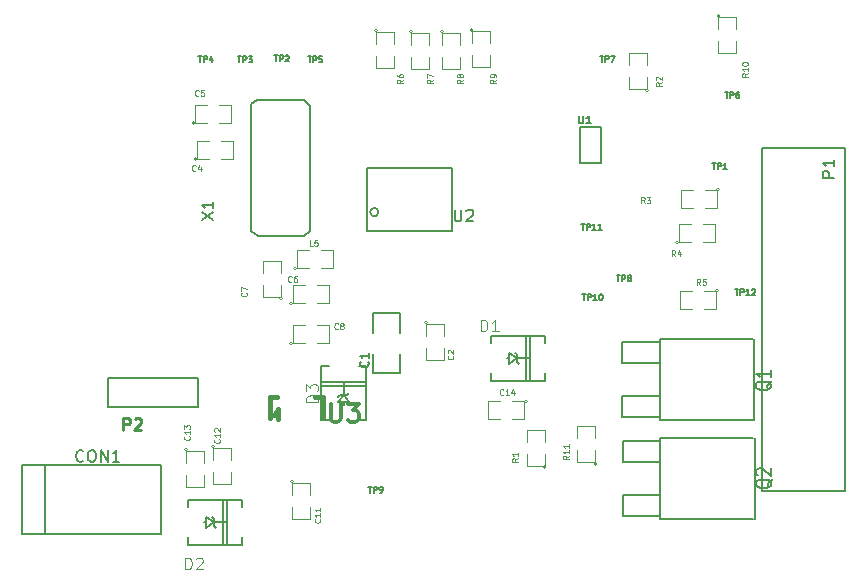
<source format=gto>
G04 (created by PCBNEW (2013-07-07 BZR 4022)-stable) date 8/21/2014 7:52:51 AM*
%MOIN*%
G04 Gerber Fmt 3.4, Leading zero omitted, Abs format*
%FSLAX34Y34*%
G01*
G70*
G90*
G04 APERTURE LIST*
%ADD10C,0.00590551*%
%ADD11C,0.0039*%
%ADD12C,0.005*%
%ADD13C,0.015*%
%ADD14C,0.0043*%
%ADD15C,0.0047*%
%ADD16C,0.008*%
%ADD17C,0.012*%
%ADD18C,0.00984252*%
G04 APERTURE END LIST*
G54D10*
G54D11*
X81900Y-36668D02*
G75*
G03X81900Y-36668I-50J0D01*
G74*
G01*
X81400Y-36668D02*
X81800Y-36668D01*
X81800Y-36668D02*
X81800Y-37268D01*
X81800Y-37268D02*
X81400Y-37268D01*
X81000Y-37268D02*
X80600Y-37268D01*
X80600Y-37268D02*
X80600Y-36668D01*
X80600Y-36668D02*
X81000Y-36668D01*
X67722Y-43031D02*
G75*
G03X67722Y-43031I-50J0D01*
G74*
G01*
X67672Y-43481D02*
X67672Y-43081D01*
X67672Y-43081D02*
X68272Y-43081D01*
X68272Y-43081D02*
X68272Y-43481D01*
X68272Y-43881D02*
X68272Y-44281D01*
X68272Y-44281D02*
X67672Y-44281D01*
X67672Y-44281D02*
X67672Y-43881D01*
X64198Y-41968D02*
G75*
G03X64198Y-41968I-50J0D01*
G74*
G01*
X64148Y-42418D02*
X64148Y-42018D01*
X64148Y-42018D02*
X64748Y-42018D01*
X64748Y-42018D02*
X64748Y-42418D01*
X64748Y-42818D02*
X64748Y-43218D01*
X64748Y-43218D02*
X64148Y-43218D01*
X64148Y-43218D02*
X64148Y-42818D01*
X65104Y-41869D02*
G75*
G03X65104Y-41869I-50J0D01*
G74*
G01*
X65054Y-42319D02*
X65054Y-41919D01*
X65054Y-41919D02*
X65654Y-41919D01*
X65654Y-41919D02*
X65654Y-42319D01*
X65654Y-42719D02*
X65654Y-43119D01*
X65654Y-43119D02*
X65054Y-43119D01*
X65054Y-43119D02*
X65054Y-42719D01*
X80561Y-35053D02*
G75*
G03X80561Y-35053I-50J0D01*
G74*
G01*
X80961Y-35053D02*
X80561Y-35053D01*
X80561Y-35053D02*
X80561Y-34453D01*
X80561Y-34453D02*
X80961Y-34453D01*
X81361Y-34453D02*
X81761Y-34453D01*
X81761Y-34453D02*
X81761Y-35053D01*
X81761Y-35053D02*
X81361Y-35053D01*
X81930Y-33302D02*
G75*
G03X81930Y-33302I-50J0D01*
G74*
G01*
X81430Y-33302D02*
X81830Y-33302D01*
X81830Y-33302D02*
X81830Y-33902D01*
X81830Y-33902D02*
X81430Y-33902D01*
X81030Y-33902D02*
X80630Y-33902D01*
X80630Y-33902D02*
X80630Y-33302D01*
X80630Y-33302D02*
X81030Y-33302D01*
X79566Y-30004D02*
G75*
G03X79566Y-30004I-50J0D01*
G74*
G01*
X79516Y-29554D02*
X79516Y-29954D01*
X79516Y-29954D02*
X78916Y-29954D01*
X78916Y-29954D02*
X78916Y-29554D01*
X78916Y-29154D02*
X78916Y-28754D01*
X78916Y-28754D02*
X79516Y-28754D01*
X79516Y-28754D02*
X79516Y-29154D01*
X72198Y-37739D02*
G75*
G03X72198Y-37739I-50J0D01*
G74*
G01*
X72148Y-38189D02*
X72148Y-37789D01*
X72148Y-37789D02*
X72748Y-37789D01*
X72748Y-37789D02*
X72748Y-38189D01*
X72748Y-38589D02*
X72748Y-38989D01*
X72748Y-38989D02*
X72148Y-38989D01*
X72148Y-38989D02*
X72148Y-38589D01*
X67699Y-37091D02*
G75*
G03X67699Y-37091I-50J0D01*
G74*
G01*
X68099Y-37091D02*
X67699Y-37091D01*
X67699Y-37091D02*
X67699Y-36491D01*
X67699Y-36491D02*
X68099Y-36491D01*
X68499Y-36491D02*
X68899Y-36491D01*
X68899Y-36491D02*
X68899Y-37091D01*
X68899Y-37091D02*
X68499Y-37091D01*
X76147Y-42549D02*
G75*
G03X76147Y-42549I-50J0D01*
G74*
G01*
X76097Y-42099D02*
X76097Y-42499D01*
X76097Y-42499D02*
X75497Y-42499D01*
X75497Y-42499D02*
X75497Y-42099D01*
X75497Y-41699D02*
X75497Y-41299D01*
X75497Y-41299D02*
X76097Y-41299D01*
X76097Y-41299D02*
X76097Y-41699D01*
X67707Y-38429D02*
G75*
G03X67707Y-38429I-50J0D01*
G74*
G01*
X68107Y-38429D02*
X67707Y-38429D01*
X67707Y-38429D02*
X67707Y-37829D01*
X67707Y-37829D02*
X68107Y-37829D01*
X68507Y-37829D02*
X68907Y-37829D01*
X68907Y-37829D02*
X68907Y-38429D01*
X68907Y-38429D02*
X68507Y-38429D01*
X67357Y-36921D02*
G75*
G03X67357Y-36921I-50J0D01*
G74*
G01*
X67307Y-36471D02*
X67307Y-36871D01*
X67307Y-36871D02*
X66707Y-36871D01*
X66707Y-36871D02*
X66707Y-36471D01*
X66707Y-36071D02*
X66707Y-35671D01*
X66707Y-35671D02*
X67307Y-35671D01*
X67307Y-35671D02*
X67307Y-36071D01*
X67829Y-35929D02*
G75*
G03X67829Y-35929I-50J0D01*
G74*
G01*
X68229Y-35929D02*
X67829Y-35929D01*
X67829Y-35929D02*
X67829Y-35329D01*
X67829Y-35329D02*
X68229Y-35329D01*
X68629Y-35329D02*
X69029Y-35329D01*
X69029Y-35329D02*
X69029Y-35929D01*
X69029Y-35929D02*
X68629Y-35929D01*
X64439Y-31079D02*
G75*
G03X64439Y-31079I-50J0D01*
G74*
G01*
X64839Y-31079D02*
X64439Y-31079D01*
X64439Y-31079D02*
X64439Y-30479D01*
X64439Y-30479D02*
X64839Y-30479D01*
X65239Y-30479D02*
X65639Y-30479D01*
X65639Y-30479D02*
X65639Y-31079D01*
X65639Y-31079D02*
X65239Y-31079D01*
X64518Y-32288D02*
G75*
G03X64518Y-32288I-50J0D01*
G74*
G01*
X64918Y-32288D02*
X64518Y-32288D01*
X64518Y-32288D02*
X64518Y-31688D01*
X64518Y-31688D02*
X64918Y-31688D01*
X65318Y-31688D02*
X65718Y-31688D01*
X65718Y-31688D02*
X65718Y-32288D01*
X65718Y-32288D02*
X65318Y-32288D01*
G54D12*
X64818Y-44389D02*
X64738Y-44389D01*
X64218Y-43639D02*
X66018Y-43639D01*
X66018Y-43639D02*
X66018Y-43889D01*
X65378Y-45139D02*
X65378Y-43639D01*
X65508Y-45139D02*
X65508Y-43639D01*
X64218Y-44889D02*
X64218Y-45139D01*
X64218Y-45139D02*
X66018Y-45139D01*
X66018Y-45139D02*
X66018Y-44889D01*
X64218Y-43889D02*
X64218Y-43639D01*
X65068Y-44389D02*
X64818Y-44202D01*
X64818Y-44202D02*
X64818Y-44389D01*
X64818Y-44389D02*
X64818Y-44576D01*
X64818Y-44576D02*
X65068Y-44389D01*
X65068Y-44389D02*
X65068Y-44264D01*
X65068Y-44264D02*
X65006Y-44202D01*
X65068Y-44389D02*
X65068Y-44514D01*
X65068Y-44514D02*
X65130Y-44576D01*
X65068Y-44389D02*
X65505Y-44389D01*
G54D11*
X75522Y-40359D02*
G75*
G03X75522Y-40359I-50J0D01*
G74*
G01*
X75022Y-40359D02*
X75422Y-40359D01*
X75422Y-40359D02*
X75422Y-40959D01*
X75422Y-40959D02*
X75022Y-40959D01*
X74622Y-40959D02*
X74222Y-40959D01*
X74222Y-40959D02*
X74222Y-40359D01*
X74222Y-40359D02*
X74622Y-40359D01*
G54D12*
X71288Y-37429D02*
X70388Y-37429D01*
X70388Y-37429D02*
X70388Y-38079D01*
X71288Y-38779D02*
X71288Y-39429D01*
X71288Y-39429D02*
X70388Y-39429D01*
X70388Y-39429D02*
X70388Y-38779D01*
X71288Y-38079D02*
X71288Y-37429D01*
G54D11*
X70527Y-28003D02*
G75*
G03X70527Y-28003I-50J0D01*
G74*
G01*
X70477Y-28453D02*
X70477Y-28053D01*
X70477Y-28053D02*
X71077Y-28053D01*
X71077Y-28053D02*
X71077Y-28453D01*
X71077Y-28853D02*
X71077Y-29253D01*
X71077Y-29253D02*
X70477Y-29253D01*
X70477Y-29253D02*
X70477Y-28853D01*
X72722Y-28033D02*
G75*
G03X72722Y-28033I-50J0D01*
G74*
G01*
X72672Y-28483D02*
X72672Y-28083D01*
X72672Y-28083D02*
X73272Y-28083D01*
X73272Y-28083D02*
X73272Y-28483D01*
X73272Y-28883D02*
X73272Y-29283D01*
X73272Y-29283D02*
X72672Y-29283D01*
X72672Y-29283D02*
X72672Y-28883D01*
X73716Y-27974D02*
G75*
G03X73716Y-27974I-50J0D01*
G74*
G01*
X73666Y-28424D02*
X73666Y-28024D01*
X73666Y-28024D02*
X74266Y-28024D01*
X74266Y-28024D02*
X74266Y-28424D01*
X74266Y-28824D02*
X74266Y-29224D01*
X74266Y-29224D02*
X73666Y-29224D01*
X73666Y-29224D02*
X73666Y-28824D01*
X81935Y-27509D02*
G75*
G03X81935Y-27509I-50J0D01*
G74*
G01*
X81885Y-27959D02*
X81885Y-27559D01*
X81885Y-27559D02*
X82485Y-27559D01*
X82485Y-27559D02*
X82485Y-27959D01*
X82485Y-28359D02*
X82485Y-28759D01*
X82485Y-28759D02*
X81885Y-28759D01*
X81885Y-28759D02*
X81885Y-28359D01*
G54D10*
X70559Y-34051D02*
G75*
G03X70559Y-34051I-141J0D01*
G74*
G01*
X70181Y-32594D02*
X73015Y-32594D01*
X73015Y-32594D02*
X73015Y-34681D01*
X73015Y-34681D02*
X70181Y-34681D01*
X70181Y-34681D02*
X70181Y-32594D01*
G54D12*
X79930Y-40195D02*
X78680Y-40195D01*
X78680Y-40195D02*
X78680Y-40895D01*
X78680Y-40895D02*
X79930Y-40895D01*
X79930Y-38395D02*
X78680Y-38395D01*
X78680Y-38395D02*
X78680Y-39095D01*
X78680Y-39095D02*
X79930Y-39095D01*
X82330Y-40995D02*
X79930Y-40995D01*
X79930Y-40995D02*
X79930Y-38295D01*
X79930Y-38295D02*
X83030Y-38295D01*
X83080Y-38295D02*
X83080Y-40995D01*
X83030Y-40995D02*
X82330Y-40995D01*
G54D11*
X71688Y-28033D02*
G75*
G03X71688Y-28033I-50J0D01*
G74*
G01*
X71638Y-28483D02*
X71638Y-28083D01*
X71638Y-28083D02*
X72238Y-28083D01*
X72238Y-28083D02*
X72238Y-28483D01*
X72238Y-28883D02*
X72238Y-29283D01*
X72238Y-29283D02*
X71638Y-29283D01*
X71638Y-29283D02*
X71638Y-28883D01*
G54D10*
X59429Y-44665D02*
X59429Y-44744D01*
X59429Y-42500D02*
X59429Y-44704D01*
X58661Y-44438D02*
X58661Y-44763D01*
X58661Y-44763D02*
X58769Y-44763D01*
X63120Y-42480D02*
X63307Y-42480D01*
X63307Y-44429D02*
X63307Y-44763D01*
X58779Y-44763D02*
X63267Y-44763D01*
X63307Y-44448D02*
X63307Y-42480D01*
X63149Y-42480D02*
X58661Y-42480D01*
X58661Y-42480D02*
X58661Y-44448D01*
G54D12*
X74916Y-38917D02*
X74836Y-38917D01*
X74316Y-38167D02*
X76116Y-38167D01*
X76116Y-38167D02*
X76116Y-38417D01*
X75476Y-39667D02*
X75476Y-38167D01*
X75606Y-39667D02*
X75606Y-38167D01*
X74316Y-39417D02*
X74316Y-39667D01*
X74316Y-39667D02*
X76116Y-39667D01*
X76116Y-39667D02*
X76116Y-39417D01*
X74316Y-38417D02*
X74316Y-38167D01*
X75166Y-38917D02*
X74916Y-38730D01*
X74916Y-38730D02*
X74916Y-38917D01*
X74916Y-38917D02*
X74916Y-39104D01*
X74916Y-39104D02*
X75166Y-38917D01*
X75166Y-38917D02*
X75166Y-38792D01*
X75166Y-38792D02*
X75104Y-38730D01*
X75166Y-38917D02*
X75166Y-39042D01*
X75166Y-39042D02*
X75228Y-39104D01*
X75166Y-38917D02*
X75603Y-38917D01*
G54D11*
X77838Y-42445D02*
G75*
G03X77838Y-42445I-50J0D01*
G74*
G01*
X77788Y-41995D02*
X77788Y-42395D01*
X77788Y-42395D02*
X77188Y-42395D01*
X77188Y-42395D02*
X77188Y-41995D01*
X77188Y-41595D02*
X77188Y-41195D01*
X77188Y-41195D02*
X77788Y-41195D01*
X77788Y-41195D02*
X77788Y-41595D01*
G54D12*
X79950Y-43463D02*
X78700Y-43463D01*
X78700Y-43463D02*
X78700Y-44163D01*
X78700Y-44163D02*
X79950Y-44163D01*
X79950Y-41663D02*
X78700Y-41663D01*
X78700Y-41663D02*
X78700Y-42363D01*
X78700Y-42363D02*
X79950Y-42363D01*
X82350Y-44263D02*
X79950Y-44263D01*
X79950Y-44263D02*
X79950Y-41563D01*
X79950Y-41563D02*
X83050Y-41563D01*
X83100Y-41563D02*
X83100Y-44263D01*
X83050Y-44263D02*
X82350Y-44263D01*
X77277Y-31201D02*
X77977Y-31201D01*
X77977Y-31201D02*
X77977Y-32401D01*
X77977Y-32401D02*
X77277Y-32401D01*
X77277Y-32401D02*
X77277Y-31201D01*
G54D13*
X67066Y-40797D02*
X67164Y-40679D01*
X67164Y-40679D02*
X67204Y-40620D01*
X67204Y-40620D02*
X67204Y-40954D01*
X66928Y-40206D02*
X66928Y-40915D01*
X66928Y-40206D02*
X67184Y-40206D01*
X68700Y-40206D02*
X68700Y-40915D01*
X68700Y-40206D02*
X68444Y-40206D01*
G54D10*
X61539Y-40562D02*
X64539Y-40562D01*
X64539Y-40562D02*
X64539Y-39578D01*
X64539Y-39578D02*
X61539Y-39578D01*
X61539Y-39578D02*
X61539Y-40562D01*
X68271Y-34673D02*
X68074Y-34830D01*
X66303Y-34673D02*
X66539Y-34830D01*
X66500Y-30303D02*
X68074Y-30303D01*
X66500Y-30303D02*
X66303Y-30460D01*
X68074Y-30303D02*
X68271Y-30500D01*
X66303Y-30460D02*
X66303Y-34673D01*
X66539Y-34830D02*
X68074Y-34830D01*
X68271Y-34673D02*
X68271Y-30500D01*
X86110Y-31920D02*
X86110Y-43337D01*
X86110Y-43337D02*
X83354Y-43337D01*
X83354Y-43337D02*
X83354Y-31920D01*
X83354Y-31920D02*
X86110Y-31920D01*
G54D12*
X69400Y-40390D02*
X69400Y-40470D01*
X68650Y-40990D02*
X68650Y-39190D01*
X68650Y-39190D02*
X68900Y-39190D01*
X70150Y-39830D02*
X68650Y-39830D01*
X70150Y-39700D02*
X68650Y-39700D01*
X69900Y-40990D02*
X70150Y-40990D01*
X70150Y-40990D02*
X70150Y-39190D01*
X70150Y-39190D02*
X69900Y-39190D01*
X68900Y-40990D02*
X68650Y-40990D01*
X69400Y-40140D02*
X69213Y-40390D01*
X69213Y-40390D02*
X69400Y-40390D01*
X69400Y-40390D02*
X69587Y-40390D01*
X69587Y-40390D02*
X69400Y-40140D01*
X69400Y-40140D02*
X69275Y-40140D01*
X69275Y-40140D02*
X69213Y-40202D01*
X69400Y-40140D02*
X69525Y-40140D01*
X69525Y-40140D02*
X69587Y-40078D01*
X69400Y-40140D02*
X69400Y-39703D01*
G54D14*
X81286Y-36481D02*
X81220Y-36387D01*
X81173Y-36481D02*
X81173Y-36284D01*
X81248Y-36284D01*
X81267Y-36293D01*
X81276Y-36303D01*
X81286Y-36321D01*
X81286Y-36349D01*
X81276Y-36368D01*
X81267Y-36378D01*
X81248Y-36387D01*
X81173Y-36387D01*
X81464Y-36284D02*
X81370Y-36284D01*
X81361Y-36378D01*
X81370Y-36368D01*
X81389Y-36359D01*
X81436Y-36359D01*
X81454Y-36368D01*
X81464Y-36378D01*
X81473Y-36396D01*
X81473Y-36443D01*
X81464Y-36462D01*
X81454Y-36471D01*
X81436Y-36481D01*
X81389Y-36481D01*
X81370Y-36471D01*
X81361Y-36462D01*
X68608Y-44284D02*
X68617Y-44293D01*
X68626Y-44321D01*
X68626Y-44340D01*
X68617Y-44368D01*
X68598Y-44387D01*
X68580Y-44396D01*
X68542Y-44406D01*
X68514Y-44406D01*
X68476Y-44396D01*
X68458Y-44387D01*
X68439Y-44368D01*
X68429Y-44340D01*
X68429Y-44321D01*
X68439Y-44293D01*
X68448Y-44284D01*
X68626Y-44096D02*
X68626Y-44209D01*
X68626Y-44152D02*
X68429Y-44152D01*
X68458Y-44171D01*
X68476Y-44190D01*
X68486Y-44209D01*
X68626Y-43908D02*
X68626Y-44021D01*
X68626Y-43965D02*
X68429Y-43965D01*
X68458Y-43983D01*
X68476Y-44002D01*
X68486Y-44021D01*
X64260Y-41526D02*
X64270Y-41536D01*
X64279Y-41564D01*
X64279Y-41582D01*
X64270Y-41611D01*
X64251Y-41629D01*
X64232Y-41639D01*
X64195Y-41648D01*
X64167Y-41648D01*
X64129Y-41639D01*
X64110Y-41629D01*
X64092Y-41611D01*
X64082Y-41582D01*
X64082Y-41564D01*
X64092Y-41536D01*
X64101Y-41526D01*
X64279Y-41339D02*
X64279Y-41451D01*
X64279Y-41395D02*
X64082Y-41395D01*
X64110Y-41414D01*
X64129Y-41432D01*
X64139Y-41451D01*
X64082Y-41273D02*
X64082Y-41151D01*
X64157Y-41217D01*
X64157Y-41188D01*
X64167Y-41170D01*
X64176Y-41160D01*
X64195Y-41151D01*
X64242Y-41151D01*
X64260Y-41160D01*
X64270Y-41170D01*
X64279Y-41188D01*
X64279Y-41245D01*
X64270Y-41263D01*
X64260Y-41273D01*
X65260Y-41626D02*
X65270Y-41636D01*
X65279Y-41664D01*
X65279Y-41682D01*
X65270Y-41711D01*
X65251Y-41729D01*
X65232Y-41739D01*
X65195Y-41748D01*
X65167Y-41748D01*
X65129Y-41739D01*
X65110Y-41729D01*
X65092Y-41711D01*
X65082Y-41682D01*
X65082Y-41664D01*
X65092Y-41636D01*
X65101Y-41626D01*
X65279Y-41439D02*
X65279Y-41551D01*
X65279Y-41495D02*
X65082Y-41495D01*
X65110Y-41514D01*
X65129Y-41532D01*
X65139Y-41551D01*
X65101Y-41363D02*
X65092Y-41354D01*
X65082Y-41335D01*
X65082Y-41288D01*
X65092Y-41270D01*
X65101Y-41260D01*
X65120Y-41251D01*
X65139Y-41251D01*
X65167Y-41260D01*
X65279Y-41373D01*
X65279Y-41251D01*
X80455Y-35524D02*
X80389Y-35430D01*
X80342Y-35524D02*
X80342Y-35327D01*
X80417Y-35327D01*
X80436Y-35337D01*
X80445Y-35346D01*
X80455Y-35365D01*
X80455Y-35393D01*
X80445Y-35412D01*
X80436Y-35421D01*
X80417Y-35430D01*
X80342Y-35430D01*
X80624Y-35393D02*
X80624Y-35524D01*
X80577Y-35318D02*
X80530Y-35458D01*
X80652Y-35458D01*
X79435Y-33752D02*
X79370Y-33659D01*
X79323Y-33752D02*
X79323Y-33555D01*
X79398Y-33555D01*
X79416Y-33565D01*
X79426Y-33574D01*
X79435Y-33593D01*
X79435Y-33621D01*
X79426Y-33640D01*
X79416Y-33649D01*
X79398Y-33659D01*
X79323Y-33659D01*
X79501Y-33555D02*
X79623Y-33555D01*
X79557Y-33631D01*
X79585Y-33631D01*
X79604Y-33640D01*
X79613Y-33649D01*
X79623Y-33668D01*
X79623Y-33715D01*
X79613Y-33734D01*
X79604Y-33743D01*
X79585Y-33752D01*
X79529Y-33752D01*
X79510Y-33743D01*
X79501Y-33734D01*
X80004Y-29725D02*
X79911Y-29791D01*
X80004Y-29838D02*
X79807Y-29838D01*
X79807Y-29763D01*
X79817Y-29744D01*
X79826Y-29735D01*
X79845Y-29725D01*
X79873Y-29725D01*
X79892Y-29735D01*
X79901Y-29744D01*
X79911Y-29763D01*
X79911Y-29838D01*
X79826Y-29650D02*
X79817Y-29641D01*
X79807Y-29622D01*
X79807Y-29575D01*
X79817Y-29556D01*
X79826Y-29547D01*
X79845Y-29538D01*
X79864Y-29538D01*
X79892Y-29547D01*
X80004Y-29660D01*
X80004Y-29538D01*
X73041Y-38832D02*
X73050Y-38841D01*
X73060Y-38869D01*
X73060Y-38888D01*
X73050Y-38916D01*
X73031Y-38935D01*
X73013Y-38944D01*
X72975Y-38953D01*
X72947Y-38953D01*
X72909Y-38944D01*
X72891Y-38935D01*
X72872Y-38916D01*
X72863Y-38888D01*
X72863Y-38869D01*
X72872Y-38841D01*
X72881Y-38832D01*
X72881Y-38756D02*
X72872Y-38747D01*
X72863Y-38728D01*
X72863Y-38681D01*
X72872Y-38663D01*
X72881Y-38653D01*
X72900Y-38644D01*
X72919Y-38644D01*
X72947Y-38653D01*
X73060Y-38766D01*
X73060Y-38644D01*
X67667Y-36360D02*
X67657Y-36370D01*
X67629Y-36379D01*
X67610Y-36379D01*
X67582Y-36370D01*
X67563Y-36351D01*
X67554Y-36332D01*
X67545Y-36295D01*
X67545Y-36267D01*
X67554Y-36229D01*
X67563Y-36210D01*
X67582Y-36192D01*
X67610Y-36182D01*
X67629Y-36182D01*
X67657Y-36192D01*
X67667Y-36201D01*
X67836Y-36182D02*
X67798Y-36182D01*
X67779Y-36192D01*
X67770Y-36201D01*
X67751Y-36229D01*
X67742Y-36267D01*
X67742Y-36342D01*
X67751Y-36360D01*
X67760Y-36370D01*
X67779Y-36379D01*
X67817Y-36379D01*
X67836Y-36370D01*
X67845Y-36360D01*
X67854Y-36342D01*
X67854Y-36295D01*
X67845Y-36276D01*
X67836Y-36267D01*
X67817Y-36257D01*
X67779Y-36257D01*
X67760Y-36267D01*
X67751Y-36276D01*
X67742Y-36295D01*
X75209Y-42261D02*
X75115Y-42326D01*
X75209Y-42373D02*
X75012Y-42373D01*
X75012Y-42298D01*
X75022Y-42279D01*
X75031Y-42270D01*
X75050Y-42261D01*
X75078Y-42261D01*
X75097Y-42270D01*
X75106Y-42279D01*
X75115Y-42298D01*
X75115Y-42373D01*
X75209Y-42073D02*
X75209Y-42186D01*
X75209Y-42129D02*
X75012Y-42129D01*
X75040Y-42148D01*
X75059Y-42167D01*
X75068Y-42186D01*
X69207Y-37931D02*
X69197Y-37940D01*
X69169Y-37949D01*
X69151Y-37949D01*
X69122Y-37940D01*
X69104Y-37921D01*
X69094Y-37902D01*
X69085Y-37865D01*
X69085Y-37837D01*
X69094Y-37799D01*
X69104Y-37780D01*
X69122Y-37762D01*
X69151Y-37752D01*
X69169Y-37752D01*
X69197Y-37762D01*
X69207Y-37771D01*
X69319Y-37837D02*
X69301Y-37827D01*
X69291Y-37818D01*
X69282Y-37799D01*
X69282Y-37790D01*
X69291Y-37771D01*
X69301Y-37762D01*
X69319Y-37752D01*
X69357Y-37752D01*
X69376Y-37762D01*
X69385Y-37771D01*
X69394Y-37790D01*
X69394Y-37799D01*
X69385Y-37818D01*
X69376Y-37827D01*
X69357Y-37837D01*
X69319Y-37837D01*
X69301Y-37846D01*
X69291Y-37856D01*
X69282Y-37874D01*
X69282Y-37912D01*
X69291Y-37931D01*
X69301Y-37940D01*
X69319Y-37949D01*
X69357Y-37949D01*
X69376Y-37940D01*
X69385Y-37931D01*
X69394Y-37912D01*
X69394Y-37874D01*
X69385Y-37856D01*
X69376Y-37846D01*
X69357Y-37837D01*
X66160Y-36732D02*
X66170Y-36742D01*
X66179Y-36770D01*
X66179Y-36789D01*
X66170Y-36817D01*
X66151Y-36836D01*
X66132Y-36845D01*
X66095Y-36854D01*
X66067Y-36854D01*
X66029Y-36845D01*
X66010Y-36836D01*
X65992Y-36817D01*
X65982Y-36789D01*
X65982Y-36770D01*
X65992Y-36742D01*
X66001Y-36732D01*
X65982Y-36667D02*
X65982Y-36535D01*
X66179Y-36620D01*
X68367Y-35179D02*
X68273Y-35179D01*
X68273Y-34982D01*
X68526Y-34982D02*
X68432Y-34982D01*
X68423Y-35076D01*
X68432Y-35067D01*
X68451Y-35057D01*
X68498Y-35057D01*
X68517Y-35067D01*
X68526Y-35076D01*
X68536Y-35095D01*
X68536Y-35142D01*
X68526Y-35160D01*
X68517Y-35170D01*
X68498Y-35179D01*
X68451Y-35179D01*
X68432Y-35170D01*
X68423Y-35160D01*
X64567Y-30160D02*
X64557Y-30170D01*
X64529Y-30179D01*
X64510Y-30179D01*
X64482Y-30170D01*
X64463Y-30151D01*
X64454Y-30132D01*
X64445Y-30095D01*
X64445Y-30067D01*
X64454Y-30029D01*
X64463Y-30010D01*
X64482Y-29992D01*
X64510Y-29982D01*
X64529Y-29982D01*
X64557Y-29992D01*
X64567Y-30001D01*
X64745Y-29982D02*
X64651Y-29982D01*
X64642Y-30076D01*
X64651Y-30067D01*
X64670Y-30057D01*
X64717Y-30057D01*
X64736Y-30067D01*
X64745Y-30076D01*
X64754Y-30095D01*
X64754Y-30142D01*
X64745Y-30160D01*
X64736Y-30170D01*
X64717Y-30179D01*
X64670Y-30179D01*
X64651Y-30170D01*
X64642Y-30160D01*
X64467Y-32660D02*
X64457Y-32670D01*
X64429Y-32679D01*
X64410Y-32679D01*
X64382Y-32670D01*
X64363Y-32651D01*
X64354Y-32632D01*
X64345Y-32595D01*
X64345Y-32567D01*
X64354Y-32529D01*
X64363Y-32510D01*
X64382Y-32492D01*
X64410Y-32482D01*
X64429Y-32482D01*
X64457Y-32492D01*
X64467Y-32501D01*
X64636Y-32548D02*
X64636Y-32679D01*
X64589Y-32473D02*
X64542Y-32614D01*
X64664Y-32614D01*
G54D15*
X64109Y-45959D02*
X64109Y-45565D01*
X64203Y-45565D01*
X64259Y-45584D01*
X64296Y-45621D01*
X64315Y-45659D01*
X64334Y-45734D01*
X64334Y-45790D01*
X64315Y-45865D01*
X64296Y-45903D01*
X64259Y-45940D01*
X64203Y-45959D01*
X64109Y-45959D01*
X64484Y-45603D02*
X64503Y-45584D01*
X64540Y-45565D01*
X64634Y-45565D01*
X64672Y-45584D01*
X64690Y-45603D01*
X64709Y-45640D01*
X64709Y-45678D01*
X64690Y-45734D01*
X64465Y-45959D01*
X64709Y-45959D01*
G54D14*
X74723Y-40131D02*
X74714Y-40141D01*
X74686Y-40150D01*
X74667Y-40150D01*
X74639Y-40141D01*
X74620Y-40122D01*
X74611Y-40103D01*
X74601Y-40066D01*
X74601Y-40038D01*
X74611Y-40000D01*
X74620Y-39981D01*
X74639Y-39962D01*
X74667Y-39953D01*
X74686Y-39953D01*
X74714Y-39962D01*
X74723Y-39972D01*
X74911Y-40150D02*
X74798Y-40150D01*
X74855Y-40150D02*
X74855Y-39953D01*
X74836Y-39981D01*
X74817Y-40000D01*
X74798Y-40009D01*
X75080Y-40019D02*
X75080Y-40150D01*
X75033Y-39944D02*
X74986Y-40084D01*
X75108Y-40084D01*
G54D12*
X70210Y-39030D02*
X70225Y-39044D01*
X70239Y-39087D01*
X70239Y-39116D01*
X70225Y-39158D01*
X70196Y-39187D01*
X70168Y-39201D01*
X70110Y-39216D01*
X70068Y-39216D01*
X70010Y-39201D01*
X69982Y-39187D01*
X69953Y-39158D01*
X69939Y-39116D01*
X69939Y-39087D01*
X69953Y-39044D01*
X69968Y-39030D01*
X70239Y-38744D02*
X70239Y-38916D01*
X70239Y-38830D02*
X69939Y-38830D01*
X69982Y-38858D01*
X70010Y-38887D01*
X70025Y-38916D01*
G54D14*
X71379Y-29632D02*
X71285Y-29698D01*
X71379Y-29745D02*
X71182Y-29745D01*
X71182Y-29670D01*
X71192Y-29651D01*
X71201Y-29642D01*
X71220Y-29632D01*
X71248Y-29632D01*
X71267Y-29642D01*
X71276Y-29651D01*
X71285Y-29670D01*
X71285Y-29745D01*
X71182Y-29463D02*
X71182Y-29501D01*
X71192Y-29520D01*
X71201Y-29529D01*
X71229Y-29548D01*
X71267Y-29557D01*
X71342Y-29557D01*
X71360Y-29548D01*
X71370Y-29539D01*
X71379Y-29520D01*
X71379Y-29482D01*
X71370Y-29463D01*
X71360Y-29454D01*
X71342Y-29445D01*
X71295Y-29445D01*
X71276Y-29454D01*
X71267Y-29463D01*
X71257Y-29482D01*
X71257Y-29520D01*
X71267Y-29539D01*
X71276Y-29548D01*
X71295Y-29557D01*
X73379Y-29632D02*
X73285Y-29698D01*
X73379Y-29745D02*
X73182Y-29745D01*
X73182Y-29670D01*
X73192Y-29651D01*
X73201Y-29642D01*
X73220Y-29632D01*
X73248Y-29632D01*
X73267Y-29642D01*
X73276Y-29651D01*
X73285Y-29670D01*
X73285Y-29745D01*
X73267Y-29520D02*
X73257Y-29539D01*
X73248Y-29548D01*
X73229Y-29557D01*
X73220Y-29557D01*
X73201Y-29548D01*
X73192Y-29539D01*
X73182Y-29520D01*
X73182Y-29482D01*
X73192Y-29463D01*
X73201Y-29454D01*
X73220Y-29445D01*
X73229Y-29445D01*
X73248Y-29454D01*
X73257Y-29463D01*
X73267Y-29482D01*
X73267Y-29520D01*
X73276Y-29539D01*
X73285Y-29548D01*
X73304Y-29557D01*
X73342Y-29557D01*
X73360Y-29548D01*
X73370Y-29539D01*
X73379Y-29520D01*
X73379Y-29482D01*
X73370Y-29463D01*
X73360Y-29454D01*
X73342Y-29445D01*
X73304Y-29445D01*
X73285Y-29454D01*
X73276Y-29463D01*
X73267Y-29482D01*
X74479Y-29632D02*
X74385Y-29698D01*
X74479Y-29745D02*
X74282Y-29745D01*
X74282Y-29670D01*
X74292Y-29651D01*
X74301Y-29642D01*
X74320Y-29632D01*
X74348Y-29632D01*
X74367Y-29642D01*
X74376Y-29651D01*
X74385Y-29670D01*
X74385Y-29745D01*
X74479Y-29539D02*
X74479Y-29501D01*
X74470Y-29482D01*
X74460Y-29473D01*
X74432Y-29454D01*
X74395Y-29445D01*
X74320Y-29445D01*
X74301Y-29454D01*
X74292Y-29463D01*
X74282Y-29482D01*
X74282Y-29520D01*
X74292Y-29539D01*
X74301Y-29548D01*
X74320Y-29557D01*
X74367Y-29557D01*
X74385Y-29548D01*
X74395Y-29539D01*
X74404Y-29520D01*
X74404Y-29482D01*
X74395Y-29463D01*
X74385Y-29454D01*
X74367Y-29445D01*
X82879Y-29426D02*
X82785Y-29492D01*
X82879Y-29539D02*
X82682Y-29539D01*
X82682Y-29464D01*
X82692Y-29445D01*
X82701Y-29436D01*
X82720Y-29426D01*
X82748Y-29426D01*
X82767Y-29436D01*
X82776Y-29445D01*
X82785Y-29464D01*
X82785Y-29539D01*
X82879Y-29239D02*
X82879Y-29351D01*
X82879Y-29295D02*
X82682Y-29295D01*
X82710Y-29314D01*
X82729Y-29332D01*
X82739Y-29351D01*
X82682Y-29117D02*
X82682Y-29098D01*
X82692Y-29079D01*
X82701Y-29070D01*
X82720Y-29060D01*
X82757Y-29051D01*
X82804Y-29051D01*
X82842Y-29060D01*
X82860Y-29070D01*
X82870Y-29079D01*
X82879Y-29098D01*
X82879Y-29117D01*
X82870Y-29135D01*
X82860Y-29145D01*
X82842Y-29154D01*
X82804Y-29163D01*
X82757Y-29163D01*
X82720Y-29154D01*
X82701Y-29145D01*
X82692Y-29135D01*
X82682Y-29117D01*
G54D10*
X73100Y-33965D02*
X73100Y-34284D01*
X73118Y-34321D01*
X73137Y-34340D01*
X73175Y-34359D01*
X73250Y-34359D01*
X73287Y-34340D01*
X73306Y-34321D01*
X73325Y-34284D01*
X73325Y-33965D01*
X73493Y-34003D02*
X73512Y-33984D01*
X73549Y-33965D01*
X73643Y-33965D01*
X73681Y-33984D01*
X73699Y-34003D01*
X73718Y-34040D01*
X73718Y-34078D01*
X73699Y-34134D01*
X73474Y-34359D01*
X73718Y-34359D01*
G54D16*
X83680Y-39683D02*
X83656Y-39721D01*
X83609Y-39759D01*
X83537Y-39817D01*
X83514Y-39855D01*
X83514Y-39893D01*
X83633Y-39874D02*
X83609Y-39912D01*
X83561Y-39950D01*
X83466Y-39969D01*
X83299Y-39969D01*
X83204Y-39950D01*
X83156Y-39912D01*
X83133Y-39874D01*
X83133Y-39798D01*
X83156Y-39759D01*
X83204Y-39721D01*
X83299Y-39702D01*
X83466Y-39702D01*
X83561Y-39721D01*
X83609Y-39759D01*
X83633Y-39798D01*
X83633Y-39874D01*
X83633Y-39321D02*
X83633Y-39550D01*
X83633Y-39436D02*
X83133Y-39436D01*
X83204Y-39474D01*
X83252Y-39512D01*
X83275Y-39550D01*
G54D14*
X72379Y-29632D02*
X72285Y-29698D01*
X72379Y-29745D02*
X72182Y-29745D01*
X72182Y-29670D01*
X72192Y-29651D01*
X72201Y-29642D01*
X72220Y-29632D01*
X72248Y-29632D01*
X72267Y-29642D01*
X72276Y-29651D01*
X72285Y-29670D01*
X72285Y-29745D01*
X72182Y-29567D02*
X72182Y-29435D01*
X72379Y-29520D01*
G54D10*
X60722Y-42336D02*
X60703Y-42355D01*
X60647Y-42373D01*
X60610Y-42373D01*
X60553Y-42355D01*
X60516Y-42317D01*
X60497Y-42280D01*
X60479Y-42205D01*
X60479Y-42148D01*
X60497Y-42073D01*
X60516Y-42036D01*
X60553Y-41998D01*
X60610Y-41980D01*
X60647Y-41980D01*
X60703Y-41998D01*
X60722Y-42017D01*
X60966Y-41980D02*
X61041Y-41980D01*
X61078Y-41998D01*
X61116Y-42036D01*
X61135Y-42111D01*
X61135Y-42242D01*
X61116Y-42317D01*
X61078Y-42355D01*
X61041Y-42373D01*
X60966Y-42373D01*
X60928Y-42355D01*
X60891Y-42317D01*
X60872Y-42242D01*
X60872Y-42111D01*
X60891Y-42036D01*
X60928Y-41998D01*
X60966Y-41980D01*
X61303Y-42373D02*
X61303Y-41980D01*
X61528Y-42373D01*
X61528Y-41980D01*
X61922Y-42373D02*
X61697Y-42373D01*
X61810Y-42373D02*
X61810Y-41980D01*
X61772Y-42036D01*
X61735Y-42073D01*
X61697Y-42092D01*
G54D15*
X73961Y-38029D02*
X73961Y-37635D01*
X74054Y-37635D01*
X74111Y-37654D01*
X74148Y-37691D01*
X74167Y-37729D01*
X74186Y-37804D01*
X74186Y-37860D01*
X74167Y-37935D01*
X74148Y-37973D01*
X74111Y-38010D01*
X74054Y-38029D01*
X73961Y-38029D01*
X74561Y-38029D02*
X74336Y-38029D01*
X74448Y-38029D02*
X74448Y-37635D01*
X74411Y-37691D01*
X74373Y-37729D01*
X74336Y-37748D01*
G54D14*
X76910Y-42166D02*
X76816Y-42231D01*
X76910Y-42278D02*
X76713Y-42278D01*
X76713Y-42203D01*
X76722Y-42184D01*
X76732Y-42175D01*
X76750Y-42166D01*
X76779Y-42166D01*
X76797Y-42175D01*
X76807Y-42184D01*
X76816Y-42203D01*
X76816Y-42278D01*
X76910Y-41978D02*
X76910Y-42090D01*
X76910Y-42034D02*
X76713Y-42034D01*
X76741Y-42053D01*
X76760Y-42072D01*
X76769Y-42090D01*
X76910Y-41790D02*
X76910Y-41903D01*
X76910Y-41847D02*
X76713Y-41847D01*
X76741Y-41865D01*
X76760Y-41884D01*
X76769Y-41903D01*
G54D16*
X83700Y-42951D02*
X83676Y-42989D01*
X83628Y-43027D01*
X83557Y-43084D01*
X83533Y-43122D01*
X83533Y-43161D01*
X83652Y-43141D02*
X83628Y-43180D01*
X83581Y-43218D01*
X83486Y-43237D01*
X83319Y-43237D01*
X83224Y-43218D01*
X83176Y-43180D01*
X83152Y-43141D01*
X83152Y-43065D01*
X83176Y-43027D01*
X83224Y-42989D01*
X83319Y-42970D01*
X83486Y-42970D01*
X83581Y-42989D01*
X83628Y-43027D01*
X83652Y-43065D01*
X83652Y-43141D01*
X83200Y-42818D02*
X83176Y-42799D01*
X83152Y-42761D01*
X83152Y-42665D01*
X83176Y-42627D01*
X83200Y-42608D01*
X83248Y-42589D01*
X83295Y-42589D01*
X83367Y-42608D01*
X83652Y-42837D01*
X83652Y-42589D01*
G54D12*
X77242Y-30843D02*
X77242Y-31045D01*
X77254Y-31069D01*
X77266Y-31081D01*
X77290Y-31093D01*
X77337Y-31093D01*
X77361Y-31081D01*
X77373Y-31069D01*
X77385Y-31045D01*
X77385Y-30843D01*
X77635Y-31093D02*
X77492Y-31093D01*
X77564Y-31093D02*
X77564Y-30843D01*
X77540Y-30879D01*
X77516Y-30902D01*
X77492Y-30914D01*
G54D17*
X68964Y-40434D02*
X68964Y-40919D01*
X68992Y-40977D01*
X69021Y-41005D01*
X69078Y-41034D01*
X69192Y-41034D01*
X69249Y-41005D01*
X69278Y-40977D01*
X69306Y-40919D01*
X69306Y-40434D01*
X69535Y-40434D02*
X69906Y-40434D01*
X69706Y-40662D01*
X69792Y-40662D01*
X69849Y-40691D01*
X69878Y-40719D01*
X69906Y-40777D01*
X69906Y-40919D01*
X69878Y-40977D01*
X69849Y-41005D01*
X69792Y-41034D01*
X69621Y-41034D01*
X69564Y-41005D01*
X69535Y-40977D01*
G54D18*
X62059Y-41312D02*
X62059Y-40919D01*
X62209Y-40919D01*
X62247Y-40937D01*
X62266Y-40956D01*
X62284Y-40994D01*
X62284Y-41050D01*
X62266Y-41087D01*
X62247Y-41106D01*
X62209Y-41125D01*
X62059Y-41125D01*
X62434Y-40956D02*
X62453Y-40937D01*
X62491Y-40919D01*
X62584Y-40919D01*
X62622Y-40937D01*
X62640Y-40956D01*
X62659Y-40994D01*
X62659Y-41031D01*
X62640Y-41087D01*
X62416Y-41312D01*
X62659Y-41312D01*
G54D10*
X64665Y-34318D02*
X65059Y-34056D01*
X64665Y-34056D02*
X65059Y-34318D01*
X65059Y-33700D02*
X65059Y-33925D01*
X65059Y-33812D02*
X64665Y-33812D01*
X64721Y-33850D01*
X64759Y-33887D01*
X64778Y-33925D01*
X85757Y-32899D02*
X85363Y-32899D01*
X85363Y-32749D01*
X85382Y-32712D01*
X85401Y-32693D01*
X85438Y-32674D01*
X85495Y-32674D01*
X85532Y-32693D01*
X85551Y-32712D01*
X85570Y-32749D01*
X85570Y-32899D01*
X85757Y-32299D02*
X85757Y-32524D01*
X85757Y-32412D02*
X85363Y-32412D01*
X85420Y-32449D01*
X85457Y-32487D01*
X85476Y-32524D01*
G54D15*
X68535Y-40380D02*
X68141Y-40380D01*
X68141Y-40287D01*
X68160Y-40230D01*
X68197Y-40193D01*
X68235Y-40174D01*
X68310Y-40155D01*
X68366Y-40155D01*
X68441Y-40174D01*
X68479Y-40193D01*
X68516Y-40230D01*
X68535Y-40287D01*
X68535Y-40380D01*
X68141Y-40024D02*
X68141Y-39780D01*
X68291Y-39911D01*
X68291Y-39855D01*
X68310Y-39817D01*
X68329Y-39799D01*
X68366Y-39780D01*
X68460Y-39780D01*
X68497Y-39799D01*
X68516Y-39817D01*
X68535Y-39855D01*
X68535Y-39968D01*
X68516Y-40005D01*
X68497Y-40024D01*
G54D12*
X81687Y-32420D02*
X81801Y-32420D01*
X81744Y-32620D02*
X81744Y-32420D01*
X81868Y-32620D02*
X81868Y-32420D01*
X81944Y-32420D01*
X81963Y-32430D01*
X81973Y-32440D01*
X81982Y-32459D01*
X81982Y-32487D01*
X81973Y-32506D01*
X81963Y-32516D01*
X81944Y-32525D01*
X81868Y-32525D01*
X82173Y-32620D02*
X82059Y-32620D01*
X82116Y-32620D02*
X82116Y-32420D01*
X82097Y-32449D01*
X82078Y-32468D01*
X82059Y-32478D01*
X70217Y-43198D02*
X70331Y-43198D01*
X70274Y-43398D02*
X70274Y-43198D01*
X70398Y-43398D02*
X70398Y-43198D01*
X70474Y-43198D01*
X70493Y-43208D01*
X70503Y-43218D01*
X70512Y-43237D01*
X70512Y-43265D01*
X70503Y-43284D01*
X70493Y-43294D01*
X70474Y-43303D01*
X70398Y-43303D01*
X70608Y-43398D02*
X70646Y-43398D01*
X70665Y-43389D01*
X70674Y-43379D01*
X70693Y-43351D01*
X70703Y-43313D01*
X70703Y-43237D01*
X70693Y-43218D01*
X70684Y-43208D01*
X70665Y-43198D01*
X70627Y-43198D01*
X70608Y-43208D01*
X70598Y-43218D01*
X70589Y-43237D01*
X70589Y-43284D01*
X70598Y-43303D01*
X70608Y-43313D01*
X70627Y-43322D01*
X70665Y-43322D01*
X70684Y-43313D01*
X70693Y-43303D01*
X70703Y-43284D01*
X77322Y-34438D02*
X77436Y-34438D01*
X77379Y-34638D02*
X77379Y-34438D01*
X77503Y-34638D02*
X77503Y-34438D01*
X77579Y-34438D01*
X77598Y-34448D01*
X77608Y-34458D01*
X77617Y-34477D01*
X77617Y-34505D01*
X77608Y-34524D01*
X77598Y-34534D01*
X77579Y-34543D01*
X77503Y-34543D01*
X77808Y-34638D02*
X77693Y-34638D01*
X77750Y-34638D02*
X77750Y-34438D01*
X77731Y-34467D01*
X77712Y-34486D01*
X77693Y-34496D01*
X77998Y-34638D02*
X77884Y-34638D01*
X77941Y-34638D02*
X77941Y-34438D01*
X77922Y-34467D01*
X77903Y-34486D01*
X77884Y-34496D01*
X77352Y-36778D02*
X77466Y-36778D01*
X77409Y-36978D02*
X77409Y-36778D01*
X77533Y-36978D02*
X77533Y-36778D01*
X77609Y-36778D01*
X77628Y-36788D01*
X77638Y-36798D01*
X77647Y-36817D01*
X77647Y-36845D01*
X77638Y-36864D01*
X77628Y-36874D01*
X77609Y-36883D01*
X77533Y-36883D01*
X77838Y-36978D02*
X77723Y-36978D01*
X77780Y-36978D02*
X77780Y-36778D01*
X77761Y-36807D01*
X77742Y-36826D01*
X77723Y-36836D01*
X77961Y-36778D02*
X77980Y-36778D01*
X78000Y-36788D01*
X78009Y-36798D01*
X78019Y-36817D01*
X78028Y-36855D01*
X78028Y-36902D01*
X78019Y-36940D01*
X78009Y-36959D01*
X78000Y-36969D01*
X77980Y-36978D01*
X77961Y-36978D01*
X77942Y-36969D01*
X77933Y-36959D01*
X77923Y-36940D01*
X77914Y-36902D01*
X77914Y-36855D01*
X77923Y-36817D01*
X77933Y-36798D01*
X77942Y-36788D01*
X77961Y-36778D01*
X82442Y-36618D02*
X82556Y-36618D01*
X82499Y-36818D02*
X82499Y-36618D01*
X82623Y-36818D02*
X82623Y-36618D01*
X82699Y-36618D01*
X82718Y-36628D01*
X82728Y-36638D01*
X82737Y-36657D01*
X82737Y-36685D01*
X82728Y-36704D01*
X82718Y-36714D01*
X82699Y-36723D01*
X82623Y-36723D01*
X82928Y-36818D02*
X82813Y-36818D01*
X82870Y-36818D02*
X82870Y-36618D01*
X82851Y-36647D01*
X82832Y-36666D01*
X82813Y-36676D01*
X83004Y-36638D02*
X83013Y-36628D01*
X83032Y-36618D01*
X83080Y-36618D01*
X83099Y-36628D01*
X83109Y-36638D01*
X83118Y-36657D01*
X83118Y-36676D01*
X83109Y-36704D01*
X82994Y-36818D01*
X83118Y-36818D01*
X67087Y-28828D02*
X67201Y-28828D01*
X67144Y-29028D02*
X67144Y-28828D01*
X67268Y-29028D02*
X67268Y-28828D01*
X67344Y-28828D01*
X67363Y-28838D01*
X67373Y-28848D01*
X67382Y-28867D01*
X67382Y-28895D01*
X67373Y-28914D01*
X67363Y-28924D01*
X67344Y-28933D01*
X67268Y-28933D01*
X67459Y-28848D02*
X67468Y-28838D01*
X67487Y-28828D01*
X67535Y-28828D01*
X67554Y-28838D01*
X67563Y-28848D01*
X67573Y-28867D01*
X67573Y-28886D01*
X67563Y-28914D01*
X67449Y-29028D01*
X67573Y-29028D01*
X65867Y-28858D02*
X65981Y-28858D01*
X65924Y-29058D02*
X65924Y-28858D01*
X66048Y-29058D02*
X66048Y-28858D01*
X66124Y-28858D01*
X66143Y-28868D01*
X66153Y-28878D01*
X66162Y-28897D01*
X66162Y-28925D01*
X66153Y-28944D01*
X66143Y-28954D01*
X66124Y-28963D01*
X66048Y-28963D01*
X66229Y-28858D02*
X66353Y-28858D01*
X66286Y-28935D01*
X66315Y-28935D01*
X66334Y-28944D01*
X66343Y-28954D01*
X66353Y-28973D01*
X66353Y-29020D01*
X66343Y-29039D01*
X66334Y-29049D01*
X66315Y-29058D01*
X66258Y-29058D01*
X66239Y-29049D01*
X66229Y-29039D01*
X64557Y-28848D02*
X64671Y-28848D01*
X64614Y-29048D02*
X64614Y-28848D01*
X64738Y-29048D02*
X64738Y-28848D01*
X64814Y-28848D01*
X64833Y-28858D01*
X64843Y-28868D01*
X64852Y-28887D01*
X64852Y-28915D01*
X64843Y-28934D01*
X64833Y-28944D01*
X64814Y-28953D01*
X64738Y-28953D01*
X65024Y-28915D02*
X65024Y-29048D01*
X64976Y-28839D02*
X64929Y-28982D01*
X65052Y-28982D01*
X68207Y-28858D02*
X68321Y-28858D01*
X68264Y-29058D02*
X68264Y-28858D01*
X68388Y-29058D02*
X68388Y-28858D01*
X68464Y-28858D01*
X68483Y-28868D01*
X68493Y-28878D01*
X68502Y-28897D01*
X68502Y-28925D01*
X68493Y-28944D01*
X68483Y-28954D01*
X68464Y-28963D01*
X68388Y-28963D01*
X68683Y-28858D02*
X68588Y-28858D01*
X68579Y-28954D01*
X68588Y-28944D01*
X68607Y-28935D01*
X68655Y-28935D01*
X68674Y-28944D01*
X68683Y-28954D01*
X68693Y-28973D01*
X68693Y-29020D01*
X68683Y-29039D01*
X68674Y-29049D01*
X68655Y-29058D01*
X68607Y-29058D01*
X68588Y-29049D01*
X68579Y-29039D01*
X82107Y-30048D02*
X82221Y-30048D01*
X82164Y-30248D02*
X82164Y-30048D01*
X82288Y-30248D02*
X82288Y-30048D01*
X82364Y-30048D01*
X82383Y-30058D01*
X82393Y-30068D01*
X82402Y-30087D01*
X82402Y-30115D01*
X82393Y-30134D01*
X82383Y-30144D01*
X82364Y-30153D01*
X82288Y-30153D01*
X82574Y-30048D02*
X82536Y-30048D01*
X82517Y-30058D01*
X82507Y-30068D01*
X82488Y-30096D01*
X82479Y-30134D01*
X82479Y-30210D01*
X82488Y-30229D01*
X82498Y-30239D01*
X82517Y-30248D01*
X82555Y-30248D01*
X82574Y-30239D01*
X82583Y-30229D01*
X82593Y-30210D01*
X82593Y-30163D01*
X82583Y-30144D01*
X82574Y-30134D01*
X82555Y-30125D01*
X82517Y-30125D01*
X82498Y-30134D01*
X82488Y-30144D01*
X82479Y-30163D01*
X77937Y-28838D02*
X78051Y-28838D01*
X77994Y-29038D02*
X77994Y-28838D01*
X78118Y-29038D02*
X78118Y-28838D01*
X78194Y-28838D01*
X78213Y-28848D01*
X78223Y-28858D01*
X78232Y-28877D01*
X78232Y-28905D01*
X78223Y-28924D01*
X78213Y-28934D01*
X78194Y-28943D01*
X78118Y-28943D01*
X78299Y-28838D02*
X78432Y-28838D01*
X78347Y-29038D01*
X78497Y-36158D02*
X78611Y-36158D01*
X78554Y-36358D02*
X78554Y-36158D01*
X78678Y-36358D02*
X78678Y-36158D01*
X78754Y-36158D01*
X78773Y-36168D01*
X78783Y-36178D01*
X78792Y-36197D01*
X78792Y-36225D01*
X78783Y-36244D01*
X78773Y-36254D01*
X78754Y-36263D01*
X78678Y-36263D01*
X78907Y-36244D02*
X78888Y-36235D01*
X78878Y-36225D01*
X78869Y-36206D01*
X78869Y-36197D01*
X78878Y-36178D01*
X78888Y-36168D01*
X78907Y-36158D01*
X78945Y-36158D01*
X78964Y-36168D01*
X78973Y-36178D01*
X78983Y-36197D01*
X78983Y-36206D01*
X78973Y-36225D01*
X78964Y-36235D01*
X78945Y-36244D01*
X78907Y-36244D01*
X78888Y-36254D01*
X78878Y-36263D01*
X78869Y-36282D01*
X78869Y-36320D01*
X78878Y-36339D01*
X78888Y-36349D01*
X78907Y-36358D01*
X78945Y-36358D01*
X78964Y-36349D01*
X78973Y-36339D01*
X78983Y-36320D01*
X78983Y-36282D01*
X78973Y-36263D01*
X78964Y-36254D01*
X78945Y-36244D01*
M02*

</source>
